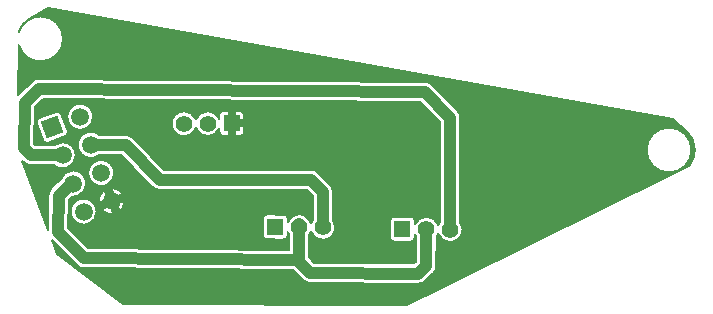
<source format=gbl>
G04 Layer: BottomLayer*
G04 EasyEDA Pro v1.9.30.011b94, 2023-06-19 19:01:04*
G04 Gerber Generator version 0.3*
G04 Scale: 100 percent, Rotated: No, Reflected: No*
G04 Dimensions in millimeters*
G04 Leading zeros omitted, absolute positions, 3 integers and 3 decimals*
%FSLAX33Y33*%
%MOMM*%
%AMRect*21,1,$1,$2,0,0,$3*%
%ADD999C,0.2032*%
%ADD10C,0.70508*%
%ADD11C,0.75508*%
%ADD12Rect,1.5X1.5X-69.53*%
%ADD13C,1.5*%
%ADD14Rect,1.4X1.4X-179.53*%
%ADD15C,1.4*%
%ADD16Rect,1.4X1.4X-0.53*%
%ADD17C,0.6053*%
%ADD18C,0.600001*%
%ADD19C,1.000001*%
G75*


G04 Copper Start*
G36*
G01X107167Y70548D02*
G01X83121Y70640D01*
G01X77568Y74877D01*
G01X77131Y76046D01*
G01X79214Y73930D01*
G03X79819Y73674I612J602D01*
G01X97536Y73534D01*
G01X98349Y72708D01*
G03X98954Y72452I612J602D01*
G01X108130Y72380D01*
G01X108137D01*
G03X108739Y72626I0J858D01*
G01X109403Y73280D01*
G03X109659Y73885I-602J612D01*
G01X109679Y76356D01*
G03X109823Y76628I-853J627D01*
G03X110826Y75906I1003J337D01*
G03X111884Y76955I0J1058D01*
G01Y76965D01*
G03X111704Y77555I-1058J0D01*
G01Y86394D01*
G03X111458Y86996I-858J0D01*
G01X109273Y89216D01*
G03X108668Y89472I-612J-602D01*
G01X75996Y89729D01*
G01X75989D01*
G03X75387Y89482I0J-858D01*
G01X74257Y88370D01*
G01X74314Y92592D01*
G03X76152Y91198I1838J513D01*
G03X78060Y93106I0J1908D01*
G03X76152Y95014I-1908J0D01*
G03X74329Y93669I0J-1908D01*
G01X74330Y93778D01*
G02X75184Y94789I1822J-672D01*
G01X76740Y95685D01*
G01X129722Y86321D01*
G01X130817Y85342D01*
G01X130824Y85336D01*
G02X131555Y83702I-1461J-1634D01*
G02X131080Y82340I-2192J0D01*
G01X107167Y70548D01*
G37*
%LPC*%
G36*
G01X127455Y83702D02*
G03X129363Y81794I1908J0D01*
G03X131271Y83702I0J1908D01*
G03X129363Y85610I-1908J0D01*
G03X127455Y83702I0J-1908D01*
G37*
%LPD*%
G36*
G01X107788Y74099D02*
G01X99323Y74165D01*
G01X98898Y74598D01*
G01X98913Y76552D01*
G03X99046Y76807I-864J611D01*
G03X100049Y76086I1003J337D01*
G03X101107Y77134I0J1058D01*
G01Y77144D01*
G03X100907Y77763I-1058J0D01*
G01Y80163D01*
G03X100656Y80770I-858J0D01*
G01X99640Y81786D01*
G03X99033Y82037I-607J-607D01*
G01X86595D01*
G01X83961Y84713D01*
G03X83357Y84969I-612J-602D01*
G01X81102Y84986D01*
G03X80401Y85237I-702J-858D01*
G03X79292Y84129I0J-1108D01*
G03X80401Y83021I1108J0D01*
G03X80788Y83091I0J1108D01*
G03X81101Y83270I-388J1038D01*
G01X82988Y83255D01*
G01X85624Y80577D01*
G03X86236Y80321I612J602D01*
G01X98678D01*
G01X99191Y79808D01*
G01Y77763D01*
G03X99052Y77499I858J-619D01*
G03X98680Y78011I-1003J-337D01*
G03X98062Y78274I-618J-595D01*
G03X97507Y78071I0J-858D01*
G03X97079Y77585I542J-909D01*
G01X97081Y77871D01*
G01Y77874D01*
G03X96727Y78232I-358J0D01*
G01X95327Y78245D01*
G01X95323D01*
G03X94965Y77890I0J-358D01*
G01X94952Y76491D01*
G01Y76487D01*
G03X95307Y76129I358J0D01*
G01X96707Y76116D01*
G01X96710D01*
G03X97069Y76471I0J358D01*
G01X97071Y76757D01*
G03X97197Y76535I978J405D01*
G01X97186Y75254D01*
G01X80187Y75387D01*
G01X78509Y77092D01*
G01X78528Y79466D01*
G01X78822Y79756D01*
G03X78909Y79753I87J1105D01*
G03X79297Y79823I0J1108D01*
G03X80018Y80861I-388J1038D01*
G03X78909Y81969I-1108J0D01*
G03X77860Y81217I0J-1108D01*
G01X77070Y80440D01*
G03X76814Y79835I602J-612D01*
G01X76792Y76955D01*
G01X74622Y82765D01*
G01X74697Y82689D01*
G03X75302Y82433I612J602D01*
G01X77278Y82418D01*
G03X78021Y82132I743J823D01*
G03X78409Y82202I0J1108D01*
G03X79129Y83240I-388J1038D01*
G03X78021Y84348I-1108J0D01*
G03X77365Y84133I0J-1108D01*
G01X75671Y84147D01*
G01X75635Y84183D01*
G01X75660Y87343D01*
G01X76338Y88010D01*
G01X108299Y87758D01*
G01X109988Y86043D01*
G01Y77610D01*
G03X109829Y77320I838J-646D01*
G03X108826Y78041I-1003J-337D01*
G03X107856Y77406I0J-1058D01*
G01X107859Y77692D01*
G01Y77695D01*
G03X107504Y78053I-358J0D01*
G01X106104Y78066D01*
G01X106101D01*
G03X105742Y77711I0J-358D01*
G01X105730Y76311D01*
G01Y76308D01*
G03X106084Y75950I358J0D01*
G01X107484Y75937D01*
G01X107488D01*
G03X107846Y76292I0J358D01*
G01X107848Y76578D01*
G03X107963Y76371I978J405D01*
G01X107946Y74254D01*
G01X107788Y74099D01*
G37*
%LPC*%
G36*
G01X87244Y85903D02*
G03X88303Y84853I1058J9D01*
G03X89305Y85574I0J1058D01*
G03X90303Y84870I997J354D01*
G03X91280Y85522I0J1058D01*
G01X91282Y85236D01*
G03X91640Y84881I358J3D01*
G01X91643D01*
G01X93043Y84892D01*
G03X93398Y85250I-3J358D01*
G01Y85253D01*
G01X93387Y86653D01*
G03X93029Y87009I-358J-3D01*
G01X93026D01*
G01X91626Y86997D01*
G03X91271Y86639I3J-358D01*
G01Y86636D01*
G01X91273Y86350D01*
G03X90303Y86986I-970J-422D01*
G03X89300Y86266I0J-1058D01*
G03X88303Y86969I-997J-354D01*
G03X87244Y85911I0J-1058D01*
G01Y85903D01*
G37*
G36*
G01X76357Y84530D02*
G03X76692Y84297I336J125D01*
G03X76818Y84319I0J358D01*
G01X78223Y84844D01*
G03X78456Y85180I-125J336D01*
G03X78433Y85305I-358J0D01*
G01X77908Y86710D01*
G03X77573Y86943I-336J-125D01*
G03X77448Y86920I0J-358D01*
G01X76042Y86396D01*
G03X75809Y86060I125J-336D01*
G03X75832Y85935I358J0D01*
G01X76357Y84530D01*
G37*
G36*
G01X81289Y80641D02*
G03X81677Y80711I0J1108D01*
G03X82397Y81749I-388J1038D01*
G03X81289Y82857I-1108J0D01*
G03X80181Y81749I0J-1108D01*
G03X81289Y80641I1108J0D01*
G37*
G36*
G01X82177Y78261D02*
G03X82565Y78331I0J1108D01*
G03X83286Y79370I-388J1038D01*
G03X82177Y80478I-1108J0D01*
G03X81069Y79370I0J-1108D01*
G03X82177Y78261I1108J0D01*
G37*
G36*
G01X79798Y77373D02*
G03X80185Y77443I0J1108D01*
G03X80906Y78481I-388J1038D01*
G03X79798Y79589I-1108J0D01*
G03X78690Y78481I0J-1108D01*
G03X79798Y77373I1108J0D01*
G37*
G36*
G01X79512Y85400D02*
G03X79900Y85470I0J1108D01*
G03X80620Y86508I-388J1038D01*
G03X79512Y87616I-1108J0D01*
G03X78404Y86508I0J-1108D01*
G03X79512Y85400I1108J0D01*
G37*
%LPD*%
G54D999*
G01X107167Y70548D02*
G01X83121Y70640D01*
G01X77568Y74877D01*
G01X77131Y76046D01*
G01X79214Y73930D01*
G03X79819Y73674I612J602D01*
G01X97536Y73534D01*
G01X98349Y72708D01*
G03X98954Y72452I612J602D01*
G01X108130Y72380D01*
G01X108137D01*
G03X108739Y72626I0J858D01*
G01X109403Y73280D01*
G03X109659Y73885I-602J612D01*
G01X109679Y76356D01*
G03X109823Y76628I-853J627D01*
G03X110826Y75906I1003J337D01*
G03X111884Y76955I0J1058D01*
G01Y76965D01*
G03X111704Y77555I-1058J0D01*
G01Y86394D01*
G03X111458Y86996I-858J0D01*
G01X109273Y89216D01*
G03X108668Y89472I-612J-602D01*
G01X75996Y89729D01*
G01X75989D01*
G03X75387Y89482I0J-858D01*
G01X74257Y88370D01*
G01X74314Y92592D01*
G03X76152Y91198I1838J513D01*
G03X78060Y93106I0J1908D01*
G03X76152Y95014I-1908J0D01*
G03X74329Y93669I0J-1908D01*
G01X74330Y93778D01*
G02X75184Y94789I1822J-672D01*
G01X76740Y95685D01*
G01X129722Y86321D01*
G01X130817Y85342D01*
G01X130824Y85336D01*
G02X131555Y83702I-1461J-1634D01*
G02X131080Y82340I-2192J0D01*
G01X107167Y70548D01*
G01X127455Y83702D02*
G03X129363Y81794I1908J0D01*
G03X131271Y83702I0J1908D01*
G03X129363Y85610I-1908J0D01*
G03X127455Y83702I0J-1908D01*
G01X107788Y74099D02*
G01X99323Y74165D01*
G01X98898Y74598D01*
G01X98913Y76552D01*
G03X99046Y76807I-864J611D01*
G03X100049Y76086I1003J337D01*
G03X101107Y77134I0J1058D01*
G01Y77144D01*
G03X100907Y77763I-1058J0D01*
G01Y80163D01*
G03X100656Y80770I-858J0D01*
G01X99640Y81786D01*
G03X99033Y82037I-607J-607D01*
G01X86595D01*
G01X83961Y84713D01*
G03X83357Y84969I-612J-602D01*
G01X81102Y84986D01*
G03X80401Y85237I-702J-858D01*
G03X79292Y84129I0J-1108D01*
G03X80401Y83021I1108J0D01*
G03X80788Y83091I0J1108D01*
G03X81101Y83270I-388J1038D01*
G01X82988Y83255D01*
G01X85624Y80577D01*
G03X86236Y80321I612J602D01*
G01X98678D01*
G01X99191Y79808D01*
G01Y77763D01*
G03X99052Y77499I858J-619D01*
G03X98680Y78011I-1003J-337D01*
G03X98062Y78274I-618J-595D01*
G03X97507Y78071I0J-858D01*
G03X97079Y77585I542J-909D01*
G01X97081Y77871D01*
G01Y77874D01*
G03X96727Y78232I-358J0D01*
G01X95327Y78245D01*
G01X95323D01*
G03X94965Y77890I0J-358D01*
G01X94952Y76491D01*
G01Y76487D01*
G03X95307Y76129I358J0D01*
G01X96707Y76116D01*
G01X96710D01*
G03X97069Y76471I0J358D01*
G01X97071Y76757D01*
G03X97197Y76535I978J405D01*
G01X97186Y75254D01*
G01X80187Y75387D01*
G01X78509Y77092D01*
G01X78528Y79466D01*
G01X78822Y79756D01*
G03X78909Y79753I87J1105D01*
G03X79297Y79823I0J1108D01*
G03X80018Y80861I-388J1038D01*
G03X78909Y81969I-1108J0D01*
G03X77860Y81217I0J-1108D01*
G01X77070Y80440D01*
G03X76814Y79835I602J-612D01*
G01X76792Y76955D01*
G01X74622Y82765D01*
G01X74697Y82689D01*
G03X75302Y82433I612J602D01*
G01X77278Y82418D01*
G03X78021Y82132I743J823D01*
G03X78409Y82202I0J1108D01*
G03X79129Y83240I-388J1038D01*
G03X78021Y84348I-1108J0D01*
G03X77365Y84133I0J-1108D01*
G01X75671Y84147D01*
G01X75635Y84183D01*
G01X75660Y87343D01*
G01X76338Y88010D01*
G01X108299Y87758D01*
G01X109988Y86043D01*
G01Y77610D01*
G03X109829Y77320I838J-646D01*
G03X108826Y78041I-1003J-337D01*
G03X107856Y77406I0J-1058D01*
G01X107859Y77692D01*
G01Y77695D01*
G03X107504Y78053I-358J0D01*
G01X106104Y78066D01*
G01X106101D01*
G03X105742Y77711I0J-358D01*
G01X105730Y76311D01*
G01Y76308D01*
G03X106084Y75950I358J0D01*
G01X107484Y75937D01*
G01X107488D01*
G03X107846Y76292I0J358D01*
G01X107848Y76578D01*
G03X107963Y76371I978J405D01*
G01X107946Y74254D01*
G01X107788Y74099D01*
G01X87244Y85903D02*
G03X88303Y84853I1058J9D01*
G03X89305Y85574I0J1058D01*
G03X90303Y84870I997J354D01*
G03X91280Y85522I0J1058D01*
G01X91282Y85236D01*
G03X91640Y84881I358J3D01*
G01X91643D01*
G01X93043Y84892D01*
G03X93398Y85250I-3J358D01*
G01Y85253D01*
G01X93387Y86653D01*
G03X93029Y87009I-358J-3D01*
G01X93026D01*
G01X91626Y86997D01*
G03X91271Y86639I3J-358D01*
G01Y86636D01*
G01X91273Y86350D01*
G03X90303Y86986I-970J-422D01*
G03X89300Y86266I0J-1058D01*
G03X88303Y86969I-997J-354D01*
G03X87244Y85911I0J-1058D01*
G01Y85903D01*
G01X76357Y84530D02*
G03X76692Y84297I336J125D01*
G03X76818Y84319I0J358D01*
G01X78223Y84844D01*
G03X78456Y85180I-125J336D01*
G03X78433Y85305I-358J0D01*
G01X77908Y86710D01*
G03X77573Y86943I-336J-125D01*
G03X77448Y86920I0J-358D01*
G01X76042Y86396D01*
G03X75809Y86060I125J-336D01*
G03X75832Y85935I358J0D01*
G01X76357Y84530D01*
G01X81289Y80641D02*
G03X81677Y80711I0J1108D01*
G03X82397Y81749I-388J1038D01*
G03X81289Y82857I-1108J0D01*
G03X80181Y81749I0J-1108D01*
G03X81289Y80641I1108J0D01*
G01X82177Y78261D02*
G03X82565Y78331I0J1108D01*
G03X83286Y79370I-388J1038D01*
G03X82177Y80478I-1108J0D01*
G03X81069Y79370I0J-1108D01*
G03X82177Y78261I1108J0D01*
G01X79798Y77373D02*
G03X80185Y77443I0J1108D01*
G03X80906Y78481I-388J1038D01*
G03X79798Y79589I-1108J0D01*
G03X78690Y78481I0J-1108D01*
G03X79798Y77373I1108J0D01*
G01X79512Y85400D02*
G03X79900Y85470I0J1108D01*
G03X80620Y86508I-388J1038D01*
G03X79512Y87616I-1108J0D01*
G03X78404Y86508I0J-1108D01*
G03X79512Y85400I1108J0D01*
G54D10*
G01X92334Y85945D02*
G01X93293Y85953D01*
G01X92334Y85945D02*
G01X92342Y84986D01*
G01X92334Y85945D02*
G01X92327Y86904D01*
G54D11*
G01X82177Y79370D02*
G01X81824Y80315D01*
G01X82177Y79370D02*
G01X82530Y78424D01*
G01X82177Y79370D02*
G01X83123Y79723D01*
G01X82177Y79370D02*
G01X81232Y79017D01*
G04 Copper End*

G04 Pad Start*
G54D12*
G01X77133Y85620D03*
G54D13*
G01X79512Y86508D03*
G01X78021Y83240D03*
G01X80401Y84129D03*
G01X78909Y80861D03*
G01X81289Y81749D03*
G01X79798Y78481D03*
G01X82177Y79370D03*
G54D14*
G01X92334Y85945D03*
G54D15*
G01X90303Y85928D03*
G01X88303Y85911D03*
G54D16*
G01X106794Y77002D03*
G54D15*
G01X108826Y76983D03*
G01X110826Y76965D03*
G54D16*
G01X96017Y77181D03*
G54D15*
G01X98049Y77162D03*
G01X100049Y77144D03*
G04 Pad End*

G04 Via Start*
G54D18*
G01X106816Y85056D03*
G01X105967Y85056D03*
G01X105139Y85056D03*
G01X106813Y84183D03*
G01X105962Y84183D03*
G01X105129Y84183D03*
G01X114772Y85056D03*
G01X115672Y85056D03*
G01X116514Y85056D03*
G01X116514Y84200D03*
G01X115687Y84200D03*
G01X114772Y84200D03*
G01X81989Y94289D03*
G01X105888Y90073D03*
G01X94303Y92100D03*
G01X118737Y87747D03*
G01X129551Y85984D03*
G01X76931Y95244D03*
G01X83233Y71095D03*
G01X80468Y73229D03*
G01X94924Y71071D03*
G01X116522Y75799D03*
G01X128052Y81286D03*
G04 Via End*

G04 Track Start*
G54D19*
G01X110846Y76985D02*
G01X110846Y86394D01*
G01X108661Y88614D01*
G01X75989Y88871D01*
G01X74805Y87705D01*
G01X74774Y83834D01*
G01X75308Y83291D01*
G01X77958Y83271D01*
G01X78042Y83353D01*
G01X108825Y76983D02*
G01X108801Y73891D01*
G01X108137Y73238D01*
G01X98961Y73310D01*
G01X98037Y74249D02*
G01X98062Y77416D01*
G01X77648Y76744D02*
G01X77672Y79828D01*
G01X78695Y80835D01*
G01X78923Y80833D01*
G01X98961Y73310D02*
G01X98037Y74249D01*
G01X97898Y74390D01*
G01X79825Y74532D01*
G01X77648Y76744D01*
G01X99033Y81179D02*
G01X86236Y81179D01*
G01X80465Y84133D02*
G01X80452Y84147D01*
G01X83350Y84111D02*
G01X80465Y84133D01*
G01X86236Y81179D02*
G01X83350Y84111D01*
G01X99033Y81179D02*
G01X100049Y80163D01*
G01Y77144D01*
G01X110846Y76985D02*
G01X110826Y76965D01*
G04 Track End*

M02*

</source>
